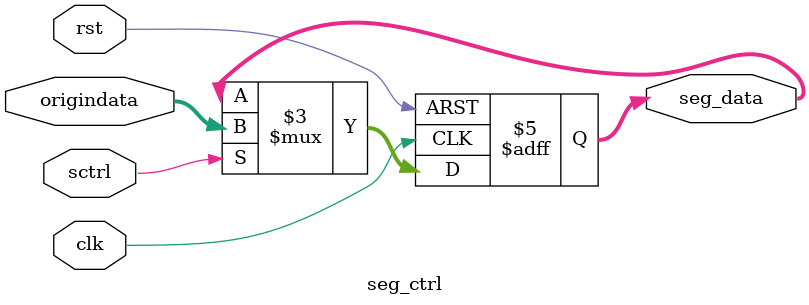
<source format=sv>
`timescale 1ns / 1ps

module seg_ctrl (
    input clk,
    input rst,
    input sctrl,
    input [15:0] origindata,

    output reg [15:0] seg_data
);
    always @(posedge clk or posedge rst) begin
        if (rst) begin
            seg_data <= 16'h0000;
        end else if (sctrl) begin
            seg_data <= origindata;
        end else begin
            seg_data <= seg_data;
        end
    end
endmodule

</source>
